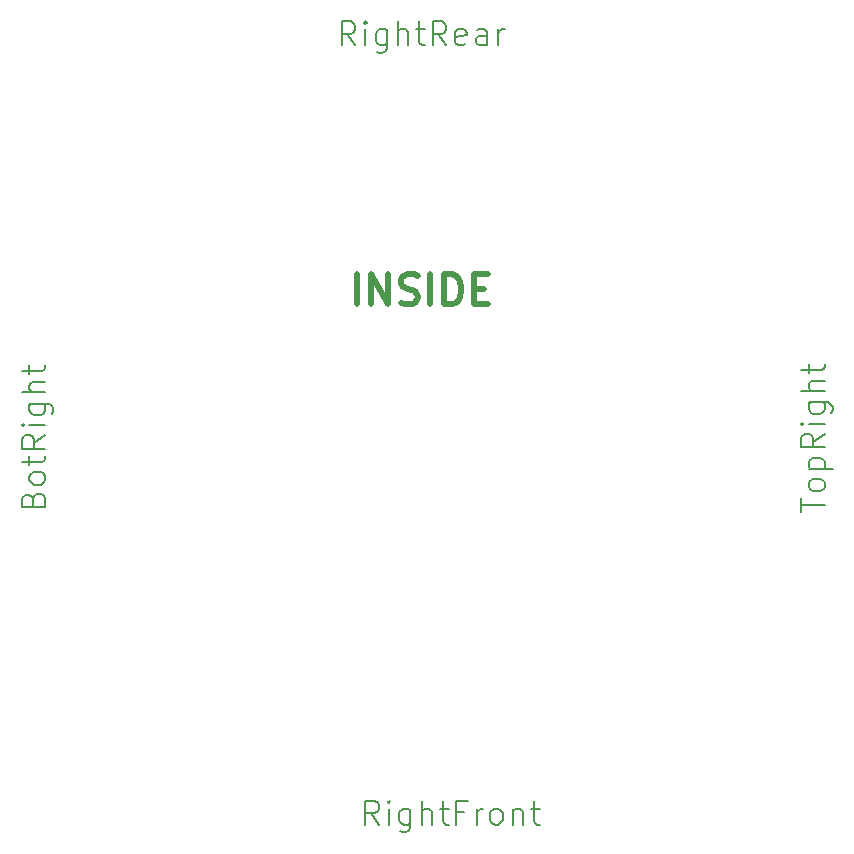
<source format=gbr>
%TF.GenerationSoftware,KiCad,Pcbnew,7.0.5-0*%
%TF.CreationDate,2024-04-21T20:10:05-04:00*%
%TF.ProjectId,swr_meter_right,7377725f-6d65-4746-9572-5f7269676874,rev?*%
%TF.SameCoordinates,Original*%
%TF.FileFunction,Legend,Top*%
%TF.FilePolarity,Positive*%
%FSLAX46Y46*%
G04 Gerber Fmt 4.6, Leading zero omitted, Abs format (unit mm)*
G04 Created by KiCad (PCBNEW 7.0.5-0) date 2024-04-21 20:10:05*
%MOMM*%
%LPD*%
G01*
G04 APERTURE LIST*
%ADD10C,0.200000*%
%ADD11C,0.500000*%
G04 APERTURE END LIST*
D10*
X168440834Y-68858092D02*
X168440834Y-67715235D01*
X170440834Y-68286664D02*
X168440834Y-68286664D01*
X170440834Y-66762854D02*
X170345596Y-66953330D01*
X170345596Y-66953330D02*
X170250357Y-67048568D01*
X170250357Y-67048568D02*
X170059881Y-67143806D01*
X170059881Y-67143806D02*
X169488453Y-67143806D01*
X169488453Y-67143806D02*
X169297976Y-67048568D01*
X169297976Y-67048568D02*
X169202738Y-66953330D01*
X169202738Y-66953330D02*
X169107500Y-66762854D01*
X169107500Y-66762854D02*
X169107500Y-66477139D01*
X169107500Y-66477139D02*
X169202738Y-66286663D01*
X169202738Y-66286663D02*
X169297976Y-66191425D01*
X169297976Y-66191425D02*
X169488453Y-66096187D01*
X169488453Y-66096187D02*
X170059881Y-66096187D01*
X170059881Y-66096187D02*
X170250357Y-66191425D01*
X170250357Y-66191425D02*
X170345596Y-66286663D01*
X170345596Y-66286663D02*
X170440834Y-66477139D01*
X170440834Y-66477139D02*
X170440834Y-66762854D01*
X169107500Y-65239044D02*
X171107500Y-65239044D01*
X169202738Y-65239044D02*
X169107500Y-65048568D01*
X169107500Y-65048568D02*
X169107500Y-64667615D01*
X169107500Y-64667615D02*
X169202738Y-64477139D01*
X169202738Y-64477139D02*
X169297976Y-64381901D01*
X169297976Y-64381901D02*
X169488453Y-64286663D01*
X169488453Y-64286663D02*
X170059881Y-64286663D01*
X170059881Y-64286663D02*
X170250357Y-64381901D01*
X170250357Y-64381901D02*
X170345596Y-64477139D01*
X170345596Y-64477139D02*
X170440834Y-64667615D01*
X170440834Y-64667615D02*
X170440834Y-65048568D01*
X170440834Y-65048568D02*
X170345596Y-65239044D01*
X170440834Y-62286663D02*
X169488453Y-62953330D01*
X170440834Y-63429520D02*
X168440834Y-63429520D01*
X168440834Y-63429520D02*
X168440834Y-62667615D01*
X168440834Y-62667615D02*
X168536072Y-62477139D01*
X168536072Y-62477139D02*
X168631310Y-62381901D01*
X168631310Y-62381901D02*
X168821786Y-62286663D01*
X168821786Y-62286663D02*
X169107500Y-62286663D01*
X169107500Y-62286663D02*
X169297976Y-62381901D01*
X169297976Y-62381901D02*
X169393215Y-62477139D01*
X169393215Y-62477139D02*
X169488453Y-62667615D01*
X169488453Y-62667615D02*
X169488453Y-63429520D01*
X170440834Y-61429520D02*
X169107500Y-61429520D01*
X168440834Y-61429520D02*
X168536072Y-61524758D01*
X168536072Y-61524758D02*
X168631310Y-61429520D01*
X168631310Y-61429520D02*
X168536072Y-61334282D01*
X168536072Y-61334282D02*
X168440834Y-61429520D01*
X168440834Y-61429520D02*
X168631310Y-61429520D01*
X169107500Y-59619996D02*
X170726548Y-59619996D01*
X170726548Y-59619996D02*
X170917024Y-59715234D01*
X170917024Y-59715234D02*
X171012262Y-59810472D01*
X171012262Y-59810472D02*
X171107500Y-60000949D01*
X171107500Y-60000949D02*
X171107500Y-60286663D01*
X171107500Y-60286663D02*
X171012262Y-60477139D01*
X170345596Y-59619996D02*
X170440834Y-59810472D01*
X170440834Y-59810472D02*
X170440834Y-60191425D01*
X170440834Y-60191425D02*
X170345596Y-60381901D01*
X170345596Y-60381901D02*
X170250357Y-60477139D01*
X170250357Y-60477139D02*
X170059881Y-60572377D01*
X170059881Y-60572377D02*
X169488453Y-60572377D01*
X169488453Y-60572377D02*
X169297976Y-60477139D01*
X169297976Y-60477139D02*
X169202738Y-60381901D01*
X169202738Y-60381901D02*
X169107500Y-60191425D01*
X169107500Y-60191425D02*
X169107500Y-59810472D01*
X169107500Y-59810472D02*
X169202738Y-59619996D01*
X170440834Y-58667615D02*
X168440834Y-58667615D01*
X170440834Y-57810472D02*
X169393215Y-57810472D01*
X169393215Y-57810472D02*
X169202738Y-57905710D01*
X169202738Y-57905710D02*
X169107500Y-58096186D01*
X169107500Y-58096186D02*
X169107500Y-58381901D01*
X169107500Y-58381901D02*
X169202738Y-58572377D01*
X169202738Y-58572377D02*
X169297976Y-58667615D01*
X169107500Y-57143805D02*
X169107500Y-56381901D01*
X168440834Y-56858091D02*
X170155119Y-56858091D01*
X170155119Y-56858091D02*
X170345596Y-56762853D01*
X170345596Y-56762853D02*
X170440834Y-56572377D01*
X170440834Y-56572377D02*
X170440834Y-56381901D01*
X103393215Y-67810472D02*
X103488453Y-67524758D01*
X103488453Y-67524758D02*
X103583691Y-67429520D01*
X103583691Y-67429520D02*
X103774167Y-67334282D01*
X103774167Y-67334282D02*
X104059881Y-67334282D01*
X104059881Y-67334282D02*
X104250357Y-67429520D01*
X104250357Y-67429520D02*
X104345596Y-67524758D01*
X104345596Y-67524758D02*
X104440834Y-67715234D01*
X104440834Y-67715234D02*
X104440834Y-68477139D01*
X104440834Y-68477139D02*
X102440834Y-68477139D01*
X102440834Y-68477139D02*
X102440834Y-67810472D01*
X102440834Y-67810472D02*
X102536072Y-67619996D01*
X102536072Y-67619996D02*
X102631310Y-67524758D01*
X102631310Y-67524758D02*
X102821786Y-67429520D01*
X102821786Y-67429520D02*
X103012262Y-67429520D01*
X103012262Y-67429520D02*
X103202738Y-67524758D01*
X103202738Y-67524758D02*
X103297976Y-67619996D01*
X103297976Y-67619996D02*
X103393215Y-67810472D01*
X103393215Y-67810472D02*
X103393215Y-68477139D01*
X104440834Y-66191425D02*
X104345596Y-66381901D01*
X104345596Y-66381901D02*
X104250357Y-66477139D01*
X104250357Y-66477139D02*
X104059881Y-66572377D01*
X104059881Y-66572377D02*
X103488453Y-66572377D01*
X103488453Y-66572377D02*
X103297976Y-66477139D01*
X103297976Y-66477139D02*
X103202738Y-66381901D01*
X103202738Y-66381901D02*
X103107500Y-66191425D01*
X103107500Y-66191425D02*
X103107500Y-65905710D01*
X103107500Y-65905710D02*
X103202738Y-65715234D01*
X103202738Y-65715234D02*
X103297976Y-65619996D01*
X103297976Y-65619996D02*
X103488453Y-65524758D01*
X103488453Y-65524758D02*
X104059881Y-65524758D01*
X104059881Y-65524758D02*
X104250357Y-65619996D01*
X104250357Y-65619996D02*
X104345596Y-65715234D01*
X104345596Y-65715234D02*
X104440834Y-65905710D01*
X104440834Y-65905710D02*
X104440834Y-66191425D01*
X103107500Y-64953329D02*
X103107500Y-64191425D01*
X102440834Y-64667615D02*
X104155119Y-64667615D01*
X104155119Y-64667615D02*
X104345596Y-64572377D01*
X104345596Y-64572377D02*
X104440834Y-64381901D01*
X104440834Y-64381901D02*
X104440834Y-64191425D01*
X104440834Y-62381901D02*
X103488453Y-63048568D01*
X104440834Y-63524758D02*
X102440834Y-63524758D01*
X102440834Y-63524758D02*
X102440834Y-62762853D01*
X102440834Y-62762853D02*
X102536072Y-62572377D01*
X102536072Y-62572377D02*
X102631310Y-62477139D01*
X102631310Y-62477139D02*
X102821786Y-62381901D01*
X102821786Y-62381901D02*
X103107500Y-62381901D01*
X103107500Y-62381901D02*
X103297976Y-62477139D01*
X103297976Y-62477139D02*
X103393215Y-62572377D01*
X103393215Y-62572377D02*
X103488453Y-62762853D01*
X103488453Y-62762853D02*
X103488453Y-63524758D01*
X104440834Y-61524758D02*
X103107500Y-61524758D01*
X102440834Y-61524758D02*
X102536072Y-61619996D01*
X102536072Y-61619996D02*
X102631310Y-61524758D01*
X102631310Y-61524758D02*
X102536072Y-61429520D01*
X102536072Y-61429520D02*
X102440834Y-61524758D01*
X102440834Y-61524758D02*
X102631310Y-61524758D01*
X103107500Y-59715234D02*
X104726548Y-59715234D01*
X104726548Y-59715234D02*
X104917024Y-59810472D01*
X104917024Y-59810472D02*
X105012262Y-59905710D01*
X105012262Y-59905710D02*
X105107500Y-60096187D01*
X105107500Y-60096187D02*
X105107500Y-60381901D01*
X105107500Y-60381901D02*
X105012262Y-60572377D01*
X104345596Y-59715234D02*
X104440834Y-59905710D01*
X104440834Y-59905710D02*
X104440834Y-60286663D01*
X104440834Y-60286663D02*
X104345596Y-60477139D01*
X104345596Y-60477139D02*
X104250357Y-60572377D01*
X104250357Y-60572377D02*
X104059881Y-60667615D01*
X104059881Y-60667615D02*
X103488453Y-60667615D01*
X103488453Y-60667615D02*
X103297976Y-60572377D01*
X103297976Y-60572377D02*
X103202738Y-60477139D01*
X103202738Y-60477139D02*
X103107500Y-60286663D01*
X103107500Y-60286663D02*
X103107500Y-59905710D01*
X103107500Y-59905710D02*
X103202738Y-59715234D01*
X104440834Y-58762853D02*
X102440834Y-58762853D01*
X104440834Y-57905710D02*
X103393215Y-57905710D01*
X103393215Y-57905710D02*
X103202738Y-58000948D01*
X103202738Y-58000948D02*
X103107500Y-58191424D01*
X103107500Y-58191424D02*
X103107500Y-58477139D01*
X103107500Y-58477139D02*
X103202738Y-58667615D01*
X103202738Y-58667615D02*
X103297976Y-58762853D01*
X103107500Y-57239043D02*
X103107500Y-56477139D01*
X102440834Y-56953329D02*
X104155119Y-56953329D01*
X104155119Y-56953329D02*
X104345596Y-56858091D01*
X104345596Y-56858091D02*
X104440834Y-56667615D01*
X104440834Y-56667615D02*
X104440834Y-56477139D01*
D11*
X130870181Y-51288044D02*
X130870181Y-48788044D01*
X132060657Y-51288044D02*
X132060657Y-48788044D01*
X132060657Y-48788044D02*
X133489228Y-51288044D01*
X133489228Y-51288044D02*
X133489228Y-48788044D01*
X134560657Y-51168997D02*
X134917800Y-51288044D01*
X134917800Y-51288044D02*
X135513038Y-51288044D01*
X135513038Y-51288044D02*
X135751133Y-51168997D01*
X135751133Y-51168997D02*
X135870181Y-51049949D01*
X135870181Y-51049949D02*
X135989228Y-50811854D01*
X135989228Y-50811854D02*
X135989228Y-50573758D01*
X135989228Y-50573758D02*
X135870181Y-50335663D01*
X135870181Y-50335663D02*
X135751133Y-50216616D01*
X135751133Y-50216616D02*
X135513038Y-50097568D01*
X135513038Y-50097568D02*
X135036847Y-49978520D01*
X135036847Y-49978520D02*
X134798752Y-49859473D01*
X134798752Y-49859473D02*
X134679705Y-49740425D01*
X134679705Y-49740425D02*
X134560657Y-49502330D01*
X134560657Y-49502330D02*
X134560657Y-49264235D01*
X134560657Y-49264235D02*
X134679705Y-49026139D01*
X134679705Y-49026139D02*
X134798752Y-48907092D01*
X134798752Y-48907092D02*
X135036847Y-48788044D01*
X135036847Y-48788044D02*
X135632086Y-48788044D01*
X135632086Y-48788044D02*
X135989228Y-48907092D01*
X137060657Y-51288044D02*
X137060657Y-48788044D01*
X138251133Y-51288044D02*
X138251133Y-48788044D01*
X138251133Y-48788044D02*
X138846371Y-48788044D01*
X138846371Y-48788044D02*
X139203514Y-48907092D01*
X139203514Y-48907092D02*
X139441609Y-49145187D01*
X139441609Y-49145187D02*
X139560656Y-49383282D01*
X139560656Y-49383282D02*
X139679704Y-49859473D01*
X139679704Y-49859473D02*
X139679704Y-50216616D01*
X139679704Y-50216616D02*
X139560656Y-50692806D01*
X139560656Y-50692806D02*
X139441609Y-50930901D01*
X139441609Y-50930901D02*
X139203514Y-51168997D01*
X139203514Y-51168997D02*
X138846371Y-51288044D01*
X138846371Y-51288044D02*
X138251133Y-51288044D01*
X140751133Y-49978520D02*
X141584466Y-49978520D01*
X141941609Y-51288044D02*
X140751133Y-51288044D01*
X140751133Y-51288044D02*
X140751133Y-48788044D01*
X140751133Y-48788044D02*
X141941609Y-48788044D01*
D10*
X132696621Y-95364835D02*
X132029954Y-94412454D01*
X131553764Y-95364835D02*
X131553764Y-93364835D01*
X131553764Y-93364835D02*
X132315669Y-93364835D01*
X132315669Y-93364835D02*
X132506145Y-93460073D01*
X132506145Y-93460073D02*
X132601383Y-93555311D01*
X132601383Y-93555311D02*
X132696621Y-93745787D01*
X132696621Y-93745787D02*
X132696621Y-94031501D01*
X132696621Y-94031501D02*
X132601383Y-94221977D01*
X132601383Y-94221977D02*
X132506145Y-94317216D01*
X132506145Y-94317216D02*
X132315669Y-94412454D01*
X132315669Y-94412454D02*
X131553764Y-94412454D01*
X133553764Y-95364835D02*
X133553764Y-94031501D01*
X133553764Y-93364835D02*
X133458526Y-93460073D01*
X133458526Y-93460073D02*
X133553764Y-93555311D01*
X133553764Y-93555311D02*
X133649002Y-93460073D01*
X133649002Y-93460073D02*
X133553764Y-93364835D01*
X133553764Y-93364835D02*
X133553764Y-93555311D01*
X135363288Y-94031501D02*
X135363288Y-95650549D01*
X135363288Y-95650549D02*
X135268050Y-95841025D01*
X135268050Y-95841025D02*
X135172812Y-95936263D01*
X135172812Y-95936263D02*
X134982335Y-96031501D01*
X134982335Y-96031501D02*
X134696621Y-96031501D01*
X134696621Y-96031501D02*
X134506145Y-95936263D01*
X135363288Y-95269597D02*
X135172812Y-95364835D01*
X135172812Y-95364835D02*
X134791859Y-95364835D01*
X134791859Y-95364835D02*
X134601383Y-95269597D01*
X134601383Y-95269597D02*
X134506145Y-95174358D01*
X134506145Y-95174358D02*
X134410907Y-94983882D01*
X134410907Y-94983882D02*
X134410907Y-94412454D01*
X134410907Y-94412454D02*
X134506145Y-94221977D01*
X134506145Y-94221977D02*
X134601383Y-94126739D01*
X134601383Y-94126739D02*
X134791859Y-94031501D01*
X134791859Y-94031501D02*
X135172812Y-94031501D01*
X135172812Y-94031501D02*
X135363288Y-94126739D01*
X136315669Y-95364835D02*
X136315669Y-93364835D01*
X137172812Y-95364835D02*
X137172812Y-94317216D01*
X137172812Y-94317216D02*
X137077574Y-94126739D01*
X137077574Y-94126739D02*
X136887098Y-94031501D01*
X136887098Y-94031501D02*
X136601383Y-94031501D01*
X136601383Y-94031501D02*
X136410907Y-94126739D01*
X136410907Y-94126739D02*
X136315669Y-94221977D01*
X137839479Y-94031501D02*
X138601383Y-94031501D01*
X138125193Y-93364835D02*
X138125193Y-95079120D01*
X138125193Y-95079120D02*
X138220431Y-95269597D01*
X138220431Y-95269597D02*
X138410907Y-95364835D01*
X138410907Y-95364835D02*
X138601383Y-95364835D01*
X139934717Y-94317216D02*
X139268050Y-94317216D01*
X139268050Y-95364835D02*
X139268050Y-93364835D01*
X139268050Y-93364835D02*
X140220431Y-93364835D01*
X140982336Y-95364835D02*
X140982336Y-94031501D01*
X140982336Y-94412454D02*
X141077574Y-94221977D01*
X141077574Y-94221977D02*
X141172812Y-94126739D01*
X141172812Y-94126739D02*
X141363288Y-94031501D01*
X141363288Y-94031501D02*
X141553765Y-94031501D01*
X142506145Y-95364835D02*
X142315669Y-95269597D01*
X142315669Y-95269597D02*
X142220431Y-95174358D01*
X142220431Y-95174358D02*
X142125193Y-94983882D01*
X142125193Y-94983882D02*
X142125193Y-94412454D01*
X142125193Y-94412454D02*
X142220431Y-94221977D01*
X142220431Y-94221977D02*
X142315669Y-94126739D01*
X142315669Y-94126739D02*
X142506145Y-94031501D01*
X142506145Y-94031501D02*
X142791860Y-94031501D01*
X142791860Y-94031501D02*
X142982336Y-94126739D01*
X142982336Y-94126739D02*
X143077574Y-94221977D01*
X143077574Y-94221977D02*
X143172812Y-94412454D01*
X143172812Y-94412454D02*
X143172812Y-94983882D01*
X143172812Y-94983882D02*
X143077574Y-95174358D01*
X143077574Y-95174358D02*
X142982336Y-95269597D01*
X142982336Y-95269597D02*
X142791860Y-95364835D01*
X142791860Y-95364835D02*
X142506145Y-95364835D01*
X144029955Y-94031501D02*
X144029955Y-95364835D01*
X144029955Y-94221977D02*
X144125193Y-94126739D01*
X144125193Y-94126739D02*
X144315669Y-94031501D01*
X144315669Y-94031501D02*
X144601384Y-94031501D01*
X144601384Y-94031501D02*
X144791860Y-94126739D01*
X144791860Y-94126739D02*
X144887098Y-94317216D01*
X144887098Y-94317216D02*
X144887098Y-95364835D01*
X145553765Y-94031501D02*
X146315669Y-94031501D01*
X145839479Y-93364835D02*
X145839479Y-95079120D01*
X145839479Y-95079120D02*
X145934717Y-95269597D01*
X145934717Y-95269597D02*
X146125193Y-95364835D01*
X146125193Y-95364835D02*
X146315669Y-95364835D01*
X130696621Y-29364835D02*
X130029954Y-28412454D01*
X129553764Y-29364835D02*
X129553764Y-27364835D01*
X129553764Y-27364835D02*
X130315669Y-27364835D01*
X130315669Y-27364835D02*
X130506145Y-27460073D01*
X130506145Y-27460073D02*
X130601383Y-27555311D01*
X130601383Y-27555311D02*
X130696621Y-27745787D01*
X130696621Y-27745787D02*
X130696621Y-28031501D01*
X130696621Y-28031501D02*
X130601383Y-28221977D01*
X130601383Y-28221977D02*
X130506145Y-28317216D01*
X130506145Y-28317216D02*
X130315669Y-28412454D01*
X130315669Y-28412454D02*
X129553764Y-28412454D01*
X131553764Y-29364835D02*
X131553764Y-28031501D01*
X131553764Y-27364835D02*
X131458526Y-27460073D01*
X131458526Y-27460073D02*
X131553764Y-27555311D01*
X131553764Y-27555311D02*
X131649002Y-27460073D01*
X131649002Y-27460073D02*
X131553764Y-27364835D01*
X131553764Y-27364835D02*
X131553764Y-27555311D01*
X133363288Y-28031501D02*
X133363288Y-29650549D01*
X133363288Y-29650549D02*
X133268050Y-29841025D01*
X133268050Y-29841025D02*
X133172812Y-29936263D01*
X133172812Y-29936263D02*
X132982335Y-30031501D01*
X132982335Y-30031501D02*
X132696621Y-30031501D01*
X132696621Y-30031501D02*
X132506145Y-29936263D01*
X133363288Y-29269597D02*
X133172812Y-29364835D01*
X133172812Y-29364835D02*
X132791859Y-29364835D01*
X132791859Y-29364835D02*
X132601383Y-29269597D01*
X132601383Y-29269597D02*
X132506145Y-29174358D01*
X132506145Y-29174358D02*
X132410907Y-28983882D01*
X132410907Y-28983882D02*
X132410907Y-28412454D01*
X132410907Y-28412454D02*
X132506145Y-28221977D01*
X132506145Y-28221977D02*
X132601383Y-28126739D01*
X132601383Y-28126739D02*
X132791859Y-28031501D01*
X132791859Y-28031501D02*
X133172812Y-28031501D01*
X133172812Y-28031501D02*
X133363288Y-28126739D01*
X134315669Y-29364835D02*
X134315669Y-27364835D01*
X135172812Y-29364835D02*
X135172812Y-28317216D01*
X135172812Y-28317216D02*
X135077574Y-28126739D01*
X135077574Y-28126739D02*
X134887098Y-28031501D01*
X134887098Y-28031501D02*
X134601383Y-28031501D01*
X134601383Y-28031501D02*
X134410907Y-28126739D01*
X134410907Y-28126739D02*
X134315669Y-28221977D01*
X135839479Y-28031501D02*
X136601383Y-28031501D01*
X136125193Y-27364835D02*
X136125193Y-29079120D01*
X136125193Y-29079120D02*
X136220431Y-29269597D01*
X136220431Y-29269597D02*
X136410907Y-29364835D01*
X136410907Y-29364835D02*
X136601383Y-29364835D01*
X138410907Y-29364835D02*
X137744240Y-28412454D01*
X137268050Y-29364835D02*
X137268050Y-27364835D01*
X137268050Y-27364835D02*
X138029955Y-27364835D01*
X138029955Y-27364835D02*
X138220431Y-27460073D01*
X138220431Y-27460073D02*
X138315669Y-27555311D01*
X138315669Y-27555311D02*
X138410907Y-27745787D01*
X138410907Y-27745787D02*
X138410907Y-28031501D01*
X138410907Y-28031501D02*
X138315669Y-28221977D01*
X138315669Y-28221977D02*
X138220431Y-28317216D01*
X138220431Y-28317216D02*
X138029955Y-28412454D01*
X138029955Y-28412454D02*
X137268050Y-28412454D01*
X140029955Y-29269597D02*
X139839479Y-29364835D01*
X139839479Y-29364835D02*
X139458526Y-29364835D01*
X139458526Y-29364835D02*
X139268050Y-29269597D01*
X139268050Y-29269597D02*
X139172812Y-29079120D01*
X139172812Y-29079120D02*
X139172812Y-28317216D01*
X139172812Y-28317216D02*
X139268050Y-28126739D01*
X139268050Y-28126739D02*
X139458526Y-28031501D01*
X139458526Y-28031501D02*
X139839479Y-28031501D01*
X139839479Y-28031501D02*
X140029955Y-28126739D01*
X140029955Y-28126739D02*
X140125193Y-28317216D01*
X140125193Y-28317216D02*
X140125193Y-28507692D01*
X140125193Y-28507692D02*
X139172812Y-28698168D01*
X141839479Y-29364835D02*
X141839479Y-28317216D01*
X141839479Y-28317216D02*
X141744241Y-28126739D01*
X141744241Y-28126739D02*
X141553765Y-28031501D01*
X141553765Y-28031501D02*
X141172812Y-28031501D01*
X141172812Y-28031501D02*
X140982336Y-28126739D01*
X141839479Y-29269597D02*
X141649003Y-29364835D01*
X141649003Y-29364835D02*
X141172812Y-29364835D01*
X141172812Y-29364835D02*
X140982336Y-29269597D01*
X140982336Y-29269597D02*
X140887098Y-29079120D01*
X140887098Y-29079120D02*
X140887098Y-28888644D01*
X140887098Y-28888644D02*
X140982336Y-28698168D01*
X140982336Y-28698168D02*
X141172812Y-28602930D01*
X141172812Y-28602930D02*
X141649003Y-28602930D01*
X141649003Y-28602930D02*
X141839479Y-28507692D01*
X142791860Y-29364835D02*
X142791860Y-28031501D01*
X142791860Y-28412454D02*
X142887098Y-28221977D01*
X142887098Y-28221977D02*
X142982336Y-28126739D01*
X142982336Y-28126739D02*
X143172812Y-28031501D01*
X143172812Y-28031501D02*
X143363289Y-28031501D01*
M02*

</source>
